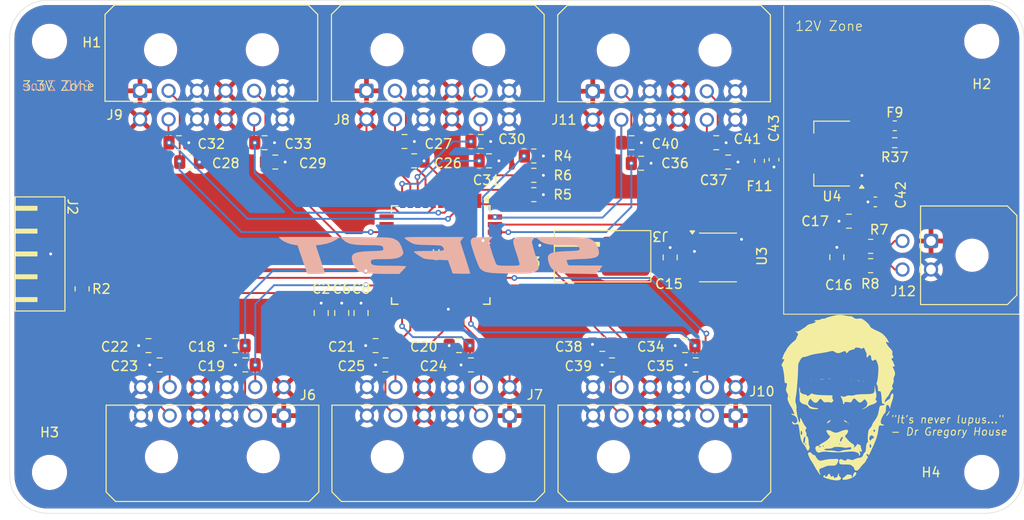
<source format=kicad_pcb>
(kicad_pcb (version 20241229) (generator "pcbnew") (generator_version "9.0")
  (layers (0 "F.Cu" signal) (2 "B.Cu" signal) (13 "F.Paste" user) (15 "B.Paste" user) (5 "F.SilkS" user "F.Silkscreen") (7 "B.SilkS" user "B.Silkscreen") (1 "F.Mask" user) (3 "B.Mask" user) (25 "Edge.Cuts" user))
  (net 0 "")
  (net 1 "/8x Thermistor Bank 1/THERM0")
  (net 2 "+3.3V")
  (net 3 "/8x Thermistor Bank 1/THERM1")
  (net 4 "Net-(C16-Pad1)")
  (net 5 "/THERM2.7")
  (net 6 "/8x Thermistor Bank 2/THERM1")
  (net 7 "/8x Thermistor Bank 2/THERM0")
  (net 8 "/ICSPDAT")
  (net 9 "/CAN_TX")
  (net 10 "/ICSPCLK")
  (net 11 "/CAN_RX")
  (net 12 "/~{MCLR}")
  (net 13 "+12V")
  (net 14 "Net-(U1-RD3)")
  (net 15 "Net-(U1-RD2)")
  (net 16 "Net-(U1-RD4)")
  (net 17 "Net-(U1-RD5)")
  (net 18 "/THERM2.6")
  (net 19 "/8x Thermistor Bank 3/THERM0")
  (net 20 "/8x Thermistor Bank 3/THERM1")
  (net 29 "/8x Thermistor Bank 1/THERM2")
  (net 30 "/8x Thermistor Bank 1/THERM4")
  (net 31 "/8x Thermistor Bank 1/THERM5")
  (net 32 "/8x Thermistor Bank 1/THERM3")
  (net 33 "/8x Thermistor Bank 1/THERM6")
  (net 34 "/8x Thermistor Bank 1/THERM7")
  (net 35 "/8x Thermistor Bank 2/THERM2")
  (net 36 "/8x Thermistor Bank 2/THERM4")
  (net 37 "/8x Thermistor Bank 2/THERM5")
  (net 38 "/8x Thermistor Bank 2/THERM3")
  (net 39 "/8x Thermistor Bank 3/THERM2")
  (net 40 "/8x Thermistor Bank 3/THERM4")
  (net 41 "/8x Thermistor Bank 3/THERM5")
  (net 42 "/8x Thermistor Bank 3/THERM3")
  (net 43 "/8x Thermistor Bank 3/THERM6")
  (net 44 "/8x Thermistor Bank 3/THERM7")
  (net 45 "GND")
  (net 46 "/CANL")
  (net 47 "/CANH")
  (net 48 "/Unfused 3V3")
  (net 49 "Net-(F9-Pad2)")
  (footprint "Capacitor_SMD:C_0805_2012Metric_Pad1.18x1.45mm_HandSolder" (layer "F.Cu") (at 172.212402 99.34488 90)
    (property "Reference" "C16")
    (property "Value" "4.7n")
  )
  (footprint "Capacitor_SMD:C_0805_2012Metric_Pad1.18x1.45mm_HandSolder" (layer "F.Cu") (at 104.138402 89.33588)
    (property "Reference" "C28")
    (property "Value" "100n")
  )
  (footprint "Capacitor_SMD:C_0603_1608Metric" (layer "F.Cu") (at 176.261402 93.52688 180)
    (property "Reference" "C42")
    (property "Value" "10u")
  )
  (footprint "Capacitor_SMD:C_0805_2012Metric_Pad1.18x1.45mm_HandSolder" (layer "F.Cu") (at 135.634402 89.20888)
    (property "Reference" "C31")
    (property "Value" "100n")
  )
  (footprint "Connector_Molex:Molex_Micro-Fit_3.0_43045-1200_2x06_P3.00mm_Horizontal" (layer "F.Cu") (at 137.794402 116.00388 180)
    (property "Reference" "J7")
    (property "Value" "Conn_01x12_Pin")
  )
  (footprint "Capacitor_SMD:C_0805_2012Metric_Pad1.18x1.45mm_HandSolder" (layer "F.Cu") (at 156.251402 108.63988 180)
    (property "Reference" "C34")
    (property "Value" "100n")
  )
  (footprint "Capacitor_SMD:C_0805_2012Metric_Pad1.18x1.45mm_HandSolder" (layer "F.Cu") (at 154.684402 99.36888 -90)
    (property "Reference" "C15")
    (property "Value" "100n")
  )
  (footprint "Connector_Molex:Molex_Micro-Fit_3.0_43045-1200_2x06_P3.00mm_Horizontal" (layer "F.Cu") (at 122.745402 81.84288)
    (property "Reference" "J8")
    (property "Value" "Conn_01x12_Pin")
  )
  (footprint "Capacitor_SMD:C_0805_2012Metric_Pad1.18x1.45mm_HandSolder" (layer "F.Cu") (at 103.016902 87.30388)
    (property "Reference" "C32")
    (property "Value" "100n")
  )
  (footprint "Capacitor_SMD:C_0805_2012Metric_Pad1.18x1.45mm_HandSolder" (layer "F.Cu") (at 133.729402 110.67188 180)
    (property "Reference" "C24")
    (property "Value" "100n")
  )
  (footprint "Resistor_SMD:R_0603_1608Metric" (layer "F.Cu") (at 178.306402 87.30388 180)
    (property "Reference" "R37")
    (property "Value" "12")
  )
  (footprint "Capacitor_SMD:C_0805_2012Metric_Pad1.18x1.45mm_HandSolder" (layer "F.Cu") (at 160.780402 89.33588)
    (property "Reference" "C37")
    (property "Value" "100n")
  )
  (footprint "Connector_Molex:Molex_Micro-Fit_3.0_43045-1200_2x06_P3.00mm_Horizontal" (layer "F.Cu") (at 161.575402 116.00388 180)
    (property "Reference" "J10")
    (property "Value" "Conn_01x12_Pin")
  )
  (footprint "MountingHole:MountingHole_3.2mm_M3" (layer "F.Cu") (at 187.450402 76.63588)
    (property "Reference" "H2")
    (property "Value" "M3")
  )
  (footprint "Capacitor_SMD:C_0805_2012Metric_Pad1.18x1.45mm_HandSolder" (layer "F.Cu") (at 151.636402 89.46288)
    (property "Reference" "C36")
    (property "Value" "100n")
  )
  (footprint "Capacitor_SMD:C_0805_2012Metric_Pad1.18x1.45mm_HandSolder" (layer "F.Cu") (at 108.942902 108.63988 180)
    (property "Reference" "C18")
    (property "Value" "100n")
  )
  (footprint "Capacitor_SMD:C_0805_2012Metric_Pad1.18x1.45mm_HandSolder" (layer "F.Cu") (at 117.981402 105.21088 90)
    (property "Reference" "C2")
    (property "Value" "100n")
  )
  (footprint "Capacitor_SMD:C_0805_2012Metric_Pad1.18x1.45mm_HandSolder" (layer "F.Cu") (at 123.696402 108.63988 180)
    (property "Reference" "C21")
    (property "Value" "100n")
  )
  (footprint "Capacitor_SMD:C_0603_1608Metric" (layer "F.Cu") (at 165.606402 89.08188 -90)
    (property "Reference" "C43")
    (property "Value" "10u")
  )
  (footprint "Package_QFP:TQFP-44_10x10mm_P0.8mm" (layer "F.Cu") (at 130.554402 99.11488 -90)
    (property "Reference" "U1")
    (property "Value" "PIC18F47Q84-I/PT")
  )
  (footprint "Fuse:Fuse_0603_1608Metric_Pad1.05x0.95mm_HandSolder" (layer "F.Cu") (at 178.306402 85.52588)
    (property "Reference" "F9")
    (property "Value" "F0603E0R25FSTR\\INT")
  )
  (footprint "Resistor_SMD:R_0805_2012Metric_Pad1.20x1.40mm_HandSolder" (layer "F.Cu") (at 139.968402 98.09888)
    (property "Reference" "R3")
    (property "Value" "0")
  )
  (footprint "Capacitor_SMD:C_0805_2012Metric_Pad1.18x1.45mm_HandSolder" (layer "F.Cu") (at 150.620402 87.30388)
    (property "Reference" "C40")
    (property "Value" "100n")
  )
  (footprint "SUFST:Conn2_SMD" (layer "F.Cu") (at 149.997402 99.24188 90)
    (property "Reference" "J3")
    (property "Value" "Conn_01x02_Pin")
  )
  (footprint "Connector_Molex:Molex_Micro-Fit_3.0_43045-1200_2x06_P3.00mm_Horizontal" (layer "F.Cu") (at 114.045402 116.00388 180)
    (property "Reference" "J6")
    (property "Value" "Conn_01x12_Pin")
  )
  (footprint "Capacitor_SMD:C_0805_2012Metric_Pad1.18x1.45mm_HandSolder" (layer "F.Cu") (at 126.744402 87.17688)
    (property "Reference" "C27")
    (property "Value" "100n")
  )
  (footprint "Capacitor_SMD:C_0805_2012Metric_Pad1.18x1.45mm_HandSolder" (layer "F.Cu") (at 124.733902 110.67188 180)
    (property "Reference" "C25")
    (property "Value" "100n")
  )
  (footprint "Capacitor_SMD:C_0805_2012Metric_Pad1.18x1.45mm_HandSolder" (layer "F.Cu") (at 99.820402 108.63988 180)
    (property "Reference" "C22")
    (property "Value" "100n")
  )
  (footprint "Capacitor_SMD:C_0805_2012Metric_Pad1.18x1.45mm_HandSolder" (layer "F.Cu") (at 147.550902 108.51288 180)
    (property "Reference" "C38")
    (property "Value" "100n")
  )
  (footprint "Connector_Molex:Molex_Micro-Fit_3.0_43045-0400_2x02_P3.00mm_Horizontal" (layer "F.Cu") (at 182.116402 97.63888 -90)
    (property "Reference" "J12")
    (property "Value" "Conn_01x04_Pin")
  )
  (footprint "Resistor_SMD:R_0805_2012Metric_Pad1.20x1.40mm_HandSolder" (layer "F.Cu") (at 175.768402 98.20188)
    (property "Reference" "R7")
    (property "Value" "60R")
  )
  (footprint "Connector_Molex:Molex_Micro-Fit_3.0_43045-1200_2x06_P3.00mm_Horizontal" (layer "F.Cu") (at 146.542402 81.89088)
    (property "Reference" "J11")
    (property "Value" "Conn_01x12_Pin")
  )
  (footprint "Resistor_SMD:R_0805_2012Metric_Pad1.20x1.40mm_HandSolder" (layer "F.Cu") (at 140.349402 92.76488)
    (property "Reference" "R5")
    (property "Value" "0")
  )
  (footprint "Capacitor_SMD:C_0805_2012Metric_Pad1.18x1.45mm_HandSolder" (layer "F.Cu") (at 100.984902 110.67188 180)
    (property "Reference" "C23")
    (property "Value" "100n")
  )
  (footprint "Capacitor_SMD:C_0805_2012Metric_Pad1.18x1.45mm_HandSolder" (layer "F.Cu") (at 113.155402 89.33588)
    (property "Reference" "C29")
    (property "Value" "100n")
  )
  (footprint "SUFST:Conn5_SMD" (layer "F.Cu") (at 89.533402 99.00088 90)
    (property "Reference" "J2")
    (property "Value" "Conn_01x05_Pin")
  )
  (footprint "Resistor_SMD:R_0805_2012Metric_Pad1.20x1.40mm_HandSolder" (layer "F.Cu") (at 140.349402 90.73288)
    (property "Reference" "R6")
    (property "Value" "0")
  )
  (footprint "Capacitor_SMD:C_0805_2012Metric_Pad1.18x1.45mm_HandSolder" (layer "F.Cu") (at 148.566902 110.67188 180)
    (property "Reference" "C39")
    (property "Value" "100n")
  )
  (footprint "Capacitor_SMD:C_0805_2012Metric_Pad1.18x1.45mm_HandSolder" (layer "F.Cu") (at 173.480402 95.55888 180)
    (property "Reference" "C17")
    (property "Value" "10u")
  )
  (footprint "Capacitor_SMD:C_0805_2012Metric_Pad1.18x1.45mm_HandSolder" (layer "F.Cu") (at 157.372902 110.67188 180)
    (property "Reference" "C35")
    (property "Value" "100n")
  )
  (footprint "Capacitor_SMD:C_0805_2012Metric_Pad1.18x1.45mm_HandSolder" (layer "F.Cu") (at 134.766902 87.17688)
    (property "Reference" "C30")
    (property "Value" "100n")
  )
  (footprint "LOGO" (layer "F.Cu") (at 172.337402 114.10088)
    (property "Reference" "G***" (hide yes))
    (property "Value" "LOGO" (hide yes))
  )
  (footprint "Resistor_SMD:R_0805_2012Metric_Pad1.20x1.40mm_HandSolder" (layer "F.Cu") (at 175.768402 100.23388 180)
    (property "Reference" "R8")
    (property "Value" "60R")
  )
  (footprint "Connector_Molex:Molex_Micro-Fit_3.0_43045-1200_2x06_P3.00mm_Horizontal" (layer "F.Cu") (at 98.931402 81.84288)
    (property "Reference" "J9")
    (property "Value" "Conn_01x12_Pin")
  )
  (footprint "Capacitor_SMD:C_0805_2012Metric_Pad1.18x1.45mm_HandSolder" (layer "F.Cu") (at 120.140402 105.21088 90)
    (property "Reference" "C6")
    (property "Value" "100n")
  )
  (footprint "Capacitor_SMD:C_0805_2012Metric_Pad1.18x1.45mm_HandSolder" (layer "F.Cu") (at 110.001902 110.67188 180)
    (property "Reference" "C19")
    (property "Value" "100n")
  )
  (footprint "Package_SO:SOIC-8_3.9x4.9mm_P1.27mm" (layer "F.Cu") (at 159.714402 99.36888)
    (property "Reference" "U3")
    (property "Value" "MAX3051ESA+")
  )
  (footprint "MountingHole:MountingHole_3.2mm_M3" (layer "F.Cu") (at 187.450402 121.97488)
    (property "Reference" "H4")
    (property "Value" "M3")
  )
  (footprint "Capacitor_SMD:C_0805_2012Metric_Pad1.18x1.45mm_HandSolder" (layer "F.Cu") (at 159.531902 87.30388)
    (property "Reference" "C41")
    (property "Value" "100n")
  )
  (footprint "Package_TO_SOT_SMD:SOT-223-3_TabPin2" (layer "F.Cu") (at 171.702402 88.44688 180)
    (property "Reference" "U4")
    (property "Value" "AZ1117CH-3.3TRG1")
  )
  (footprint "Fuse:Fuse_0603_1608Metric_Pad1.05x0.95mm_HandSolder" (layer "F.Cu") (at 164.082402 89.20888 -90)
    (property "Reference" "F11")
    (property "Value" "F0603E0R25FSTR\\INT")
  )
  (footprint "MountingHole:MountingHole_3.2mm_M3" (layer "F.Cu") (at 89.406402 76.63588)
    (property "Reference" "H1")
    (property "Value" "M3")
  )
  (footprint "Capacitor_SMD:C_0805_2012Metric_Pad1.18x1.45mm_HandSolder" (layer "F.Cu") (at 127.760402 89.20888)
    (property "Reference" "C26")
    (property "Value" "100n")
  )
  (footprint "Capacitor_SMD:C_0805_2012Metric_Pad1.18x1.45mm_HandSolder" (layer "F.Cu") (at 122.172402 105.21088 90)
    (property "Reference" "C8")
    (property "Value" "100n")
  )
  (footprint "Resistor_SMD:R_0805_2012Metric_Pad1.20x1.40mm_HandSolder" (layer "F.Cu") (at 92.835402 102.67088 90)
    (property "Reference" "R2")
    (property "Value" "10k")
  )
  (footprint "MountingHole:MountingHole_3.2mm_M3" (layer "F.Cu") (at 89.406402 121.97488)
    (property "Reference" "H3")
    (property "Value" "M3")
  )
  (footprint "Capacitor_SMD:C_0805_2012Metric_Pad1.18x1.45mm_HandSolder" (layer "F.Cu") (at 132.480902 108.63988 180)
    (property "Reference" "C20")
    (property "Value" "100n")
  )
  (footprint "Resistor_SMD:R_0805_2012Metric_Pad1.20x1.40mm_HandSolder" (layer "F.Cu") (at 140.349402 88.70088)
    (property "Reference" "R4")
    (property "Value" "0")
  )
  (footprint "Capacitor_SMD:C_0805_2012Metric_Pad1.18x1.45mm_HandSolder" (layer "F.Cu") (at 112.033902 87.30388)
    (property "Reference" "C33")
    (property "Value" "100n")
  )
  (footprint "SUFST:SUFST" (layer "B.Cu") (at 130.554402 99.11488 180)
    (property "Reference" "G***" (hide yes))
    (property "Value" "LOGO" (hide yes))
  )
  (gr_line (start 166.619402 72.95288) (end 166.619402 105.33788) (stroke (width 0.1)) (layer "F.SilkS"))
  (gr_line (start 166.622402 105.33788) (end 191.387402 105.33788) (stroke (width 0.1)) (layer "F.SilkS"))
  (gr_line (start 85.215402 122.27088) (end 85.215402 76.31788) (stroke (width 0.05)) (layer "Edge.Cuts"))
  (gr_line (start 191.897 76.31788) (end 191.897 122.27088) (stroke (width 0.05)) (layer "Edge.Cuts"))
  (gr_arc (start 191.897 122.27088) (mid 190.725427 125.099307) (end 187.897 126.27088) (stroke (width 0.05)) (layer "Edge.Cuts"))
  (gr_arc (start 187.897 72.31788) (mid 190.725427 73.489453) (end 191.897 76.31788) (stroke (width 0.05)) (layer "Edge.Cuts"))
  (gr_arc (start 85.215402 76.31788) (mid 86.386975 73.489453) (end 89.215402 72.31788) (stroke (width 0.05)) (layer "Edge.Cuts"))
  (gr_line (start 89.215402 72.31788) (end 187.897 72.31788) (stroke (width 0.05)) (layer "Edge.Cuts"))
  (gr_arc (start 89.215402 126.27088) (mid 86.386975 125.099307) (end 85.215402 122.27088) (stroke (width 0.05)) (layer "Edge.Cuts"))
  (gr_line (start 187.897 126.27088) (end 89.215402 126.27088) (stroke (width 0.05)) (layer "Edge.Cuts"))
  (gr_text "12V Zone\n" (at 167.765402 75.61988 0) (layer "F.SilkS") (effects (font (size 1 1) (thickness 0.1)) (justify left bottom)))
  (gr_text "3.3V Zone\n" (at 86.487 81.915 0) (layer "F.SilkS") (effects (font (size 1 1) (thickness 0.1)) (justify left bottom)))
  (gr_text "{dblquote}It's never lupus...{dblquote}\n- Dr Gregory House" (at 177.798402 118.16488 0) (layer "F.SilkS") (effects (font (size 0.8 0.8) (thickness 0.1) (italic yes)) (justify left bottom)))
  (gr_text "GND Zone\n" (at 93.98 81.915 0) (layer "B.SilkS") (effects (font (size 1 1) (thickness 0.1)) (justify left bottom mirror)))
  (segment (start 122.731402 100.71488) (end 124.854402 100.71488) (width 0.2) (layer "F.Cu") (net 1))
  (segment (start 122.680402 100.76588) (end 122.731402 100.71488) (width 0.2) (layer "F.Cu") (net 1))
  (segment (start 111.045402 116.00388) (end 109.980402 114.93888) (width 0.2) (layer "F.Cu") (net 1))
  (segment (start 109.980402 114.93888) (end 109.980402 108.63988) (width 0.2) (layer "F.Cu") (net 1))
  (via (at 109.980402 108.63988) (size 0.6) (drill 0.3) (layers "F.Cu" "B.Cu") (net 1))
  (via (at 122.680402 100.76588) (size 0.6) (drill 0.3) (layers "F.Cu" "B.Cu") (net 1))
  (segment (start 109.980402 103.68688) (end 112.901402 100.76588) (width 0.2) (layer "B.Cu") (net 1))
  (segment (start 109.980402 108.63988) (end 109.980402 103.68688) (width 0.2) (layer "B.Cu") (net 1))
  (segment (start 112.901402 100.76588) (end 122.680402 100.76588) (width 0.2) (layer "B.Cu") (net 1))
  (segment (start 137.794402 106.42788) (end 137.794402 113.00388) (width 0.2) (layer "F.Cu") (net 2))
  (segment (start 130.554402 104.81488) (end 130.554402 103.87738) (width 0.2) (layer "F.Cu") (net 2))
  (segment (start 129.754402 93.41488) (end 129.754402 94.12288) (width 0.2) (layer "F.Cu") (net 2))
  (segment (start 129.754402 94.12288) (end 129.207402 94.66988) (width 0.2) (layer "F.Cu") (net 2))
  (segment (start 154.684402 100.40638) (end 155.678902 100.40638) (width 0.2) (layer "F.Cu") (net 2))
  (segment (start 130.554402 103.87738) (end 131.125902 103.30588) (width 0.2) (layer "F.Cu") (net 2))
  (segment (start 129.207402 94.66988) (end 126.182402 94.66988) (width 0.2) (layer "F.Cu") (net 2))
  (segment (start 131.125902 103.30588) (end 134.672402 103.30588) (width 0.2) (layer "F.Cu") (net 2))
  (segment (start 155.678902 100.40638) (end 156.081402 100.00388) (width 0.2) (layer "F.Cu") (net 2))
  (segment (start 134.672402 103.30588) (end 137.794402 106.42788) (width 0.2) (layer "F.Cu") (net 2))
  (segment (start 126.182402 94.66988) (end 122.745402 91.23288) (width 0.2) (layer "F.Cu") (net 2))
  (segment (start 156.081402 100.00388) (end 157.239402 100.00388) (width 0.2) (layer "F.Cu") (net 2))
  (segment (start 122.745402 91.23288) (end 122.745402 84.84288) (width 0.2) (layer "F.Cu") (net 2))
  (segment (start 102.045402 116.00388) (end 100.857902 114.81638) (width 0.2) (layer "F.Cu") (net 3))
  (segment (start 107.982902 101.51488) (end 124.854402 101.51488) (width 0.2) (layer "F.Cu") (net 3))
  (segment (start 100.857902 114.81638) (end 100.857902 108.63988) (width 0.2) (layer "F.Cu") (net 3))
  (segment (start 100.857902 108.63988) (end 107.982902 101.51488) (width 0.2) (layer "F.Cu") (net 3))
  (segment (start 172.212402 100.38238) (end 174.619902 100.38238) (width 0.2) (layer "F.Cu") (net 4))
  (segment (start 174.768402 98.20188) (end 174.768402 100.23388) (width 0.2) (layer "F.Cu") (net 4))
  (segment (start 131.354402 93.41488) (end 131.354402 94.24188) (width 0.2) (layer "F.Cu") (net 5))
  (segment (start 110.924402 84.88788) (end 110.924402 87.23188) (width 0.2) (layer "F.Cu") (net 5))
  (segment (start 131.354402 94.24188) (end 130.9314 94.664882) (width 0.2) (layer "F.Cu") (net 5))
  (segment (start 130.9314 94.664882) (end 130.300402 94.664882) (width 0.2) (layer "F.Cu") (net 5))
  (via (at 110.996402 87.30388) (size 0.6) (drill 0.3) (layers "F.Cu" "B.Cu") (net 5))
  (via (at 130.300402 94.664882) (size 0.6) (drill 0.3) (layers "F.Cu" "B.Cu") (net 5))
  (segment (start 130.300402 94.664882) (end 115.182404 94.664882) (width 0.2) (layer "B.Cu") (net 5))
  (segment (start 110.996402 90.47888) (end 110.996402 87.30388) (width 0.2) (layer "B.Cu") (net 5))
  (segment (start 115.182404 94.664882) (end 110.996402 90.47888) (width 0.2) (layer "B.Cu") (net 5))
  (segment (start 128.098137 90.903145) (end 128.098137 91.432645) (width 0.2) (layer "F.Cu") (net 6))
  (segment (start 128.098137 91.432645) (end 128.141402 91.47591) (width 0.2) (layer "F.Cu") (net 6))
  (segment (start 133.348402 83.23988) (end 133.348402 86.79588) (width 0.2) (layer "F.Cu") (net 6))
  (segment (start 134.745402 81.84288) (end 133.348402 83.23988) (width 0.2) (layer "F.Cu") (net 6))
  (segment (start 128.141402 91.47591) (end 128.141402 93.40188) (width 0.2) (layer "F.Cu") (net 6))
  (via (at 133.729402 87.17688) (size 0.6) (drill 0.3) (layers "F.Cu" "B.Cu") (net 6))
  (via (at 128.098137 90.903145) (size 0.6) (drill 0.3) (layers "F.Cu" "B.Cu") (net 6))
  (segment (start 128.098137 90.903145) (end 131.824402 87.17688) (width 0.2) (layer "B.Cu") (net 6))
  (segment (start 131.824402 87.17688) (end 133.729402 87.17688) (width 0.2) (layer "B.Cu") (net 6))
  (segment (start 127.909402 89.91904) (end 128.225242 90.23488) (width 0.2) (layer "F.Cu") (net 7))
  (segment (start 126.893402 82.99088) (end 126.893402 89.03838) (width 0.2) (layer "F.Cu") (net 7))
  (segment (start 128.954402 90.91088) (end 128.954402 93.41488) (width 0.2) (layer "F.Cu") (net 7))
  (segment (start 125.745402 81.84288) (end 126.893402 82.99088) (width 0.2) (layer "F.Cu") (net 7))
  (segment (start 128.278402 90.23488) (end 128.954402 90.91088) (width 0.2) (layer "F.Cu") (net 7))
  (segment (start 127.909402 89.86588) (end 127.909402 89.91904) (width 0.2) (layer "F.Cu") (net 7))
  (segment (start 127.252402 89.20888) (end 127.909402 89.86588) (width 0.2) (layer "F.Cu") (net 7))
  (segment (start 126.722902 89.20888) (end 127.252402 89.20888) (width 0.2) (layer "F.Cu") (net 7))
  (segment (start 128.225242 90.23488) (end 128.278402 90.23488) (width 0.2) (layer "F.Cu") (net 7))
  (segment (start 89.533402 96.60088) (end 92.047402 99.11488) (width 0.2) (layer "F.Cu") (net 8))
  (segment (start 92.047402 99.11488) (end 124.854402 99.11488) (width 0.2) (layer "F.Cu") (net 8))
  (segment (start 147.044402 97.99188) (end 149.997402 97.99188) (width 0.2) (layer "F.Cu") (net 9))
  (segment (start 145.921402 99.11488) (end 147.044402 97.99188) (width 0.2) (layer "F.Cu") (net 9))
  (segment (start 153.816402 97.44288) (end 157.218402 97.44288) (width 0.2) (layer "F.Cu") (net 9))
  (segment (start 153.267402 97.99188) (end 153.816402 97.44288) (width 0.2) (layer "F.Cu") (net 9))
  (segment (start 149.997402 97.99188) (end 153.267402 97.99188) (width 0.2) (layer "F.Cu") (net 9))
  (segment (start 136.254402 99.11488) (end 145.921402 99.11488) (width 0.2) (layer "F.Cu") (net 9))
  (segment (start 93.647402 98.31488) (end 89.533402 94.20088) (width 0.2) (layer "F.Cu") (net 10))
  (segment (start 124.854402 98.31488) (end 93.647402 98.31488) (width 0.2) (layer "F.Cu") (net 10))
  (segment (start 153.140402 100.49188) (end 149.997402 100.49188) (width 0.2) (layer "F.Cu") (net 11))
  (segment (start 145.959402 99.91488) (end 146.536402 100.49188) (width 0.2) (layer "F.Cu") (net 11))
  (segment (start 157.218402 101.29488) (end 153.943402 101.29488) (width 0.2) (layer "F.Cu") (net 11))
  (segment (start 146.536402 100.49188) (end 149.997402 100.49188) (width 0.2) (layer "F.Cu") (net 11))
  (segment (start 136.254402 99.91488) (end 145.959402 99.91488) (width 0.2) (layer "F.Cu") (net 11))
  (segment (start 153.943402 101.29488) (end 153.140402 100.49188) (width 0.2) (layer "F.Cu") (net 11))
  (segment (start 96.591402 99.91488) (end 92.835402 103.67088) (width 0.2) (layer "F.Cu") (net 12))
  (segment (start 124.854402 99.91488) (end 96.591402 99.91488) (width 0.2) (layer "F.Cu") (net 12))
  (segment (start 92.835402 103.67088) (end 89.663402 103.67088) (width 0.2) (layer "F.Cu") (net 12))
  (segment (start 177.431402 85.52588) (end 177.177402 85.77988) (width 0.75) (layer "F.Cu") (net 13))
  (segment (start 177.177402 85.77988) (end 175.219402 85.77988) (width 0.75) (layer "F.Cu") (net 13))
  (segment (start 134.999402 97.59088) (end 136.178402 97.59088) (width 0.2) (layer "F.Cu") (net 14))
  (via (at 139.317402 88.70088) (size 0.6) (drill 0.3) (layers "F.Cu" "B.Cu") (net 14))
  (via (at 134.999402 97.59088) (size 0.6) (drill 0.3) (layers "F.Cu" "B.Cu") (net 14))
  (segment (start 139.317402 88.70088) (end 134.999402 93.01888) (width 0.2) (layer "B.Cu") (net 14))
  (segment (start 134.999402 93.01888) (end 134.999402 97.59088) (width 0.2) (layer "B.Cu") (net 14))
  (segment (start 136.254402 98.31488) (end 138.752402 98.31488) (width 0.2) (layer "F.Cu") (net 15))
  (segment (start 138.841402 92.25688) (end 134.085402 92.25688) (width 0.2) (layer "F.Cu") (net 16))
  (segment (start 133.754402 92.58788) (end 133.754402 93.41488) (width 0.2) (layer "F.Cu") (net 16))
  (segment (start 134.085402 92.25688) (end 133.754402 92.58788) (width 0.2) (layer "F.Cu") (net 16))
  (segment (start 139.349402 92.76488) (end 138.841402 92.25688) (width 0.2) (layer "F.Cu") (net 16))
  (segment (start 132.954402 92.58788) (end 132.954402 93.41488) (width 0.2) (layer "F.Cu") (net 17))
  (segment (start 134.809402 90.73288) (end 132.954402 92.58788) (width 0.2) (layer "F.Cu") (net 17))
  (segment (start 139.349402 90.73288) (end 134.809402 90.73288) (width 0.2) (layer "F.Cu") (net 17))
  (segment (start 131.316402 95.30488) (end 132.154402 94.46688) (width 0.2) (layer "F.Cu") (net 18))
  (segment (start 101.924402 84.88788) (end 101.924402 87.24888) (width 0.2) (layer "F.Cu") (net 18))
  (segment (start 132.154402 94.46688) (end 132.154402 93.41488) (width 0.2) (layer "F.Cu") (net 18))
  (via (at 101.979402 87.30388) (size 0.6) (drill 0.3) (layers "F.Cu" "B.Cu") (net 18))
  (via (at 131.316402 95.30488) (size 0.6) (drill 0.3) (layers "F.Cu" "B.Cu") (net 18))
  (segment (start 101.979402 87.30388) (end 102.233402 87.30388) (width 0.2) (layer "B.Cu") (net 18))
  (segment (start 110.234402 95.30488) (end 131.316402 95.30488) (width 0.2) (layer "B.Cu") (net 18))
  (segment (start 102.233402 87.30388) (end 110.234402 95.30488) (width 0.2) (layer "B.Cu") (net 18))
  (segment (start 157.288902 114.71738) (end 157.288902 108.63988) (width 0.2) (layer "F.Cu") (net 19))
  (segment (start 133.729402 106.35388) (end 133.729402 104.83988) (width 0.2) (layer "F.Cu") (net 19))
  (segment (start 158.575402 116.00388) (end 157.288902 114.71738) (width 0.2) (layer "F.Cu") (net 19))
  (via (at 133.729402 106.35388) (size 0.6) (drill 0.3) (layers "F.Cu" "B.Cu") (net 19))
  (via (at 157.288902 108.63988) (size 0.6) (drill 0.3) (layers "F.Cu" "B.Cu") (net 19))
  (segment (start 157.288902 108.63988) (end 155.891902 107.24288) (width 0.2) (layer "B.Cu") (net 19))
  (segment (start 155.891902 107.24288) (end 134.618402 107.24288) (width 0.2) (layer "B.Cu") (net 19))
  (segment (start 134.618402 107.24288) (end 133.729402 106.35388) (width 0.2) (layer "B.Cu") (net 19))
  (segment (start 148.461402 114.88988) (end 148.461402 108.63988) (width 0.2) (layer "F.Cu") (net 20))
  (segment (start 149.575402 116.00388) (end 148.461402 114.88988) (width 0.2) (layer "F.Cu") (net 20))
  (segment (start 148.588402 108.51288) (end 142.390402 102.31488) (width 0.2) (layer "F.Cu") (net 20))
  (segment (start 142.390402 102.31488) (end 136.254402 102.31488) (width 0.2) (layer "F.Cu") (net 20))
  (segment (start 111.045402 113.00388) (end 111.045402 110.67788) (width 0.2) (layer "F.Cu") (net 29))
  (segment (start 122.705402 102.31488) (end 124.854402 102.31488) (width 0.2) (layer "F.Cu") (net 29))
  (segment (start 122.680402 102.28988) (end 122.705402 102.31488) (width 0.2) (layer "F.Cu") (net 29))
  (via (at 122.680402 102.28988) (size 0.6) (drill 0.3) (layers "F.Cu" "B.Cu") (net 29))
  (via (at 111.045402 110.67788) (size 0.6) (drill 0.3) (layers "F.Cu" "B.Cu") (net 29))
  (segment (start 111.045402 104.27288) (end 113.028402 102.28988) (width 0.2) (layer "B.Cu") (net 29))
  (segment (start 113.028402 102.28988) (end 122.680402 102.28988) (width 0.2) (layer "B.Cu") (net 29))
  (segment (start 111.045402 110.67788) (end 111.045402 104.27288) (width 0.2) (layer "B.Cu") (net 29))
  (segment (start 134.794402 116.00388) (end 133.623902 114.83338) (width 0.2) (layer "F.Cu") (net 30))
  (segment (start 126.490402 106.60788) (end 126.490402 104.87888) (width 0.2) (layer "F.Cu") (net 30))
  (segment (start 133.623902 114.83338) (end 133.623902 108.63988) (width 0.2) (layer "F.Cu") (net 30))
  (via (at 126.490402 106.60788) (size 0.6) (drill 0.3) (layers "F.Cu" "B.Cu") (net 30))
  (via (at 133.623902 108.63988) (size 0.6) (drill 0.3) (layers "F.Cu" "B.Cu") (net 30))
  (segment (start 132.734902 107.75088) (end 133.623902 108.63988) (width 0.2) (layer "B.Cu") (net 30))
  (segment (start 126.490402 106.60788) (end 127.633402 107.75088) (width 0.2) (layer "B.Cu") (net 30))
  (segment (start 127.633402 107.75088) (end 132.734902 107.75088) (width 0.2) (layer "B.Cu") (net 30))
  (segment (start 125.794402 116.00388) (end 124.733902 114.94338) (width 0.2) (layer "F.Cu") (net 31))
  (segment (start 124.733902 108.63988) (end 125.728402 108.63988) (width 0.2) (layer "F.Cu") (net 31))
  (segment (start 124.733902 114.94338) (end 124.733902 108.63988) (width 0.2) (layer "F.Cu") (net 31))
  (segment (start 125.728402 108.63988) (end 127.354402 107.01388) (width 0.2) (layer "F.Cu") (net 31))
  (segment (start 127.354402 107.01388) (end 127.354402 104.81488) (width 0.2) (layer "F.Cu") (net 31))
  (segment (start 102.045402 113.00388) (end 102.045402 110.69488) (width 0.2) (layer "F.Cu") (net 32))
  (segment (start 107.631402 103.11488) (end 124.854402 103.11488) (width 0.2) (layer "F.Cu") (net 32))
  (segment (start 102.022402 108.72388) (end 107.631402 103.11488) (width 0.2) (layer "F.Cu") (net 32))
  (segment (start 102.022402 110.67188) (end 102.022402 108.72388) (width 0.2) (layer "F.Cu") (net 32))
  (segment (start 134.766902 108.28038) (end 132.954402 106.46788) (width 0.2) (layer "F.Cu") (net 33))
  (segment (start 132.954402 106.46788) (end 132.954402 104.81488) (width 0.2) (layer "F.Cu") (net 33))
  (segment (start 134.794402 113.00388) (end 134.794402 110.69938) (width 0.2) (layer "F.Cu") (net 33))
  (segment (start 134.766902 110.67188) (end 134.766902 108.28038) (width 0.2) (layer "F.Cu") (net 33))
  (segment (start 127.247402 110.67188) (end 132.154402 105.76488) (width 0.2) (layer "F.Cu") (net 34))
  (segment (start 125.771402 110.67188) (end 127.247402 110.67188) (width 0.2) (layer "F.Cu") (net 34))
  (segment (start 125.794402 113.00388) (end 125.794402 110.69488) (width 0.2) (layer "F.Cu") (net 34))
  (segment (start 132.154402 105.76488) (end 132.154402 104.81488) (width 0.2) (layer "F.Cu") (net 34))
  (segment (start 125.745402 84.84288) (end 125.745402 87.13838) (width 0.2) (layer "F.Cu") (net 35))
  (segment (start 125.706902 89.94938) (end 127.354402 91.59688) (width 0.2) (layer "F.Cu") (net 35))
  (segment (start 125.706902 87.17688) (end 125.706902 89.94938) (width 0.2) (layer "F.Cu") (net 35))
  (segment (start 127.354402 91.59688) (end 127.354402 93.41488) (width 0.2) (layer "F.Cu") (net 35))
  (segment (start 103.100902 83.06438) (end 103.100902 89.33588) (width 0.2) (layer "F.Cu") (net 36))
  (segment (start 123.188402 96.70188) (end 124.841402 96.70188) (width 0.2) (layer "F.Cu") (net 36))
  (segment (start 101.924402 81.88788) (end 103.100902 83.06438) (width 0.2) (layer "F.Cu") (net 36))
  (via (at 123.188402 96.70188) (size 0.6) (drill 0.3) (layers "F.Cu" "B.Cu") (net 36))
  (via (at 103.068387 89.241395) (size 0.6) (drill 0.3) (layers "F.Cu" "B.Cu") (net 36))
  (segment (start 103.068387 89.241395) (end 103.068387 90.170865) (width 0.2) (layer "B.Cu") (net 36))
  (segment (start 103.068387 90.170865) (end 109.599402 96.70188) (width 0.2) (layer "B.Cu") (net 36))
  (segment (start 109.599402 96.70188) (end 123.188402 96.70188) (width 0.2) (layer "B.Cu") (net 36))
  (segment (start 110.924402 81.88788) (end 112.117902 83.08138) (width 0.2) (layer "F.Cu") (net 37))
  (segment (start 112.117902 83.08138) (end 112.117902 89.33588) (width 0.2) (layer "F.Cu") (net 37))
  (segment (start 112.117902 89.33588) (end 120.296902 97.51488) (width 0.2) (layer "F.Cu") (net 37))
  (segment (start 120.296902 97.51488) (end 124.854402 97.51488) (width 0.2) (layer "F.Cu") (net 37))
  (segment (start 134.745402 84.84288) (end 134.745402 89.06038) (width 0.2) (layer "F.Cu") (net 38))
  (segment (start 126.490402 91.62188) (end 126.490402 93.35088) (width 0.2) (layer "F.Cu") (net 38))
  (via (at 134.596902 89.20888) (size 0.6) (drill 0.3) (layers "F.Cu" "B.Cu") (net 38))
  (via (at 126.490402 91.62188) (size 0.6) (drill 0.3) (layers "F.Cu" "B.Cu") (net 38))
  (segment (start 126.490402 91.62188) (end 128.268402 91.62188) (width 0.2) (layer "B.Cu") (net 38))
  (segment (start 128.268402 91.62188) (end 130.681402 89.20888) (width 0.2) (layer "B.Cu") (net 38))
  (segment (start 130.681402 89.20888) (end 134.596902 89.20888) (width 0.2) (layer "B.Cu") (net 38))
  (segment (start 138.301402 101.52788) (end 138.288402 101.51488) (width 0.2) (layer "F.Cu") (net 39))
  (segment (start 158.410402 107.45388) (end 158.410402 110.67188) (width 0.2) (layer "F.Cu") (net 39))
  (segment (start 158.494402 107.36988) (end 158.410402 107.45388) (width 0.2) (layer "F.Cu") (net 39))
  (segment (start 158.575402 113.00388) (end 158.575402 110.83688) (width 0.2) (layer "F.Cu") (net 39))
  (segment (start 138.288402 101.51488) (end 136.254402 101.51488) (width 0.2) (layer "F.Cu") (net 39))
  (via (at 158.494402 107.36988) (size 0.6) (drill 0.3) (layers "F.Cu" "B.Cu") (net 39))
  (via (at 138.301402 101.52788) (size 0.6) (drill 0.3) (layers "F.Cu" "B.Cu") (net 39))
  (segment (start 158.621402 107.24288) (end 158.240402 107.24288) (width 0.2) (layer "B.Cu") (net 39))
  (segment (start 152.525402 101.52788) (end 138.301402 101.52788) (width 0.2) (layer "B.Cu") (net 39))
  (segment (start 158.240402 107.24288) (end 152.525402 101.52788) (width 0.2) (layer "B.Cu") (net 39))
  (segment (start 149.542402 81.89088) (end 150.598902 82.94738) (width 0.2) (layer "F.Cu") (net 40))
  (segment (start 137.666402 96.71488) (end 136.254402 96.71488) (width 0.2) (layer "F.Cu") (net 40))
  (segment (start 150.598902 82.94738) (end 150.598902 89.46288) (width 0.2) (layer "F.Cu") (net 40))
  (via (at 137.666402 96.71488) (size 0.6) (drill 0.3) (layers "F.Cu" "B.Cu") (net 40))
  (via (at 150.598902 89.46288) (size 0.6) (drill 0.3) (layers "F.Cu" "B.Cu") (net 40))
  (segment (start 137.666402 96.71488) (end 137.679402 96.70188) (width 0.2) (layer "B.Cu") (net 40))
  (segment (start 137.679402 96.70188) (end 147.953402 96.70188) (width 0.2) (layer "B.Cu") (net 40))
  (segment (start 150.598902 94.05638) (end 150.598902 89.46288) (width 0.2) (layer "B.Cu") (net 40))
  (segment (start 147.953402 96.70188) (end 150.598902 94.05638) (width 0.2) (layer "B.Cu") (net 40))
  (segment (start 151.534402 95.91488) (end 136.254402 95.91488) (width 0.2) (layer "F.Cu") (net 41))
  (segment (start 159.742902 89.33588) (end 158.113402 89.33588) (width 0.2) (layer "F.Cu") (net 41))
  (segment (start 158.113402 89.33588) (end 151.534402 95.91488) (width 0.2) (layer "F.Cu") (net 41))
  (segment (start 159.680902 83.02938) (end 158.542402 81.89088) (width 0.2) (layer "F.Cu") (net 41))
  (segment (start 159.680902 89.27388) (end 159.680902 83.02938) (width 0.2) (layer "F.Cu") (net 41))
  (segment (start 149.575402 113.00388) (end 149.575402 110.70088) (width 0.2) (layer "F.Cu") (net 42))
  (segment (start 149.604402 107.93022) (end 142.389062 100.71488) (width 0.2) (layer "F.Cu") (net 42))
  (segment (start 149.604402 110.67188) (end 149.604402 107.93022) (width 0.2) (layer "F.Cu") (net 42))
  (segment (start 142.389062 100.71488) (end 136.254402 100.71488) (width 0.2) (layer "F.Cu") (net 42))
  (segment (start 149.542402 84.89088) (end 149.542402 87.26338) (width 0.2) (layer "F.Cu") (net 43))
  (via (at 136.254402 95.11488) (size 0.6) (drill 0.3) (layers "F.Cu" "B.Cu") (net 43))
  (segment (start 136.254402 95.11488) (end 136.317402 95.17788) (width 0.2) (layer "B.Cu") (net 43))
  (segment (start 147.572402 95.17788) (end 149.542402 93.20788) (width 0.2) (layer "B.Cu") (net 43))
  (segment (start 149.542402 93.20788) (end 149.542402 84.89088) (width 0.2) (layer "B.Cu") (net 43))
  (segment (start 136.317402 95.17788) (end 147.572402 95.17788) (width 0.2) (layer "B.Cu") (net 43))
  (segment (start 152.017402 93.78088) (end 134.920402 93.78088) (width 0.2) (layer "F.Cu") (net 44))
  (segment (start 134.920402 93.78088) (end 134.554402 93.41488) (width 0.2) (layer "F.Cu") (net 44))
  (segment (start 158.494402 87.30388) (end 152.017402 93.78088) (width 0.2) (layer "F.Cu") (net 44))
  (segment (start 158.542402 84.89088) (end 158.542402 87.25588) (width 0.2) (layer "F.Cu") (net 44))
  (segment (start 130.554402 90.96538) (end 128.797902 89.20888) (width 0.2) (layer "F.Cu") (net 45))
  (segment (start 130.554402 93.41488) (end 130.554402 90.96538) (width 0.2) (layer "F.Cu") (net 45))
  (via (at 123.696402 110.67188) (size 0.6) (drill 0.3) (layers "F.Cu" "B.Cu") (net 45))
  (via (at 161.817902 89.33588) (size 0.6) (drill 0.3) (layers "F.Cu" "B.Cu") (net 45))
  (via (at 113.071402 87.30388) (size 0.6) (drill 0.3) (layers "F.Cu" "B.Cu") (net 45))
  (via (at 127.781902 87.17688) (size 0.6) (drill 0.3) (layers "F.Cu" "B.Cu") (net 45))
  (via (at 99.947402 110.67188) (size 0.6) (drill 0.3) (layers "F.Cu" "B.Cu") (net 45))
  (via (at 117.981402 104.17338) (size 0.6) (drill 0.3) (layers "F.Cu" "B.Cu") (net 45))
  (via (at 147.529402 110.67188) (size 0.6) (drill 0.3) (layers "F.Cu" "B.Cu") (net 45))
  (via (at 152.673902 89.46288) (size 0.6) (drill 0.3) (layers "F.Cu" "B.Cu") (net 45))
  (via (at 157.239402 98.73388) (size 0.6) (drill 0.3) (layers "F.Cu" "B.Cu") (net 45))
  (via (at 165.606402 89.85688) (size 0.6) (drill 0.3) (layers "F.Cu" "B.Cu") (net 45))
  (via (at 172.212402 98.30738) (size 0.6) (drill 0.3) (layers "F.Cu" "B.Cu") (net 45))
  (via (at 104.054402 87.30388) (size 0.6) (drill 0.3) (layers "F.Cu" "B.Cu") (net 45))
  (via (at 132.691902 110.67188) (size 0.6) (drill 0.3) (layers "F.Cu" "B.Cu") (net 45))
  (via (at 114.192902 89.33588) (size 0.6) (drill 0.3) (layers "F.Cu" "B.Cu") (net 45))
  (via (at 155.213902 108.63988) (size 0.6) (drill 0.3) (layers "F.Cu" "B.Cu") (net 45))
  (via (at 156.335402 110.67188) (size 0.6) (drill 0.3) (layers "F.Cu" "B.Cu") (net 45))
  (via (at 172.442902 95.55888) (size 0.6) (drill 0.3) (layers "F.Cu" "B.Cu") (net 45))
  (via (at 160.569402 87.30388) (size 0.6) (drill 0.3) (layers "F.Cu" "B.Cu") (net 45))
  (via (at 128.797902 89.20888) (size 0.6) (drill 0.3) (layers "F.Cu" "B.Cu") (net 45))
  (via (at 105.175902 89.33588) (size 0.6) (drill 0.3) (layers "F.Cu" "B.Cu") (net 45))
  (via (at 141.349402 88.70088) (size 0.6) (drill 0.3) (layers "F.Cu" "B.Cu") (net 45))
  (via (at 107.905402 108.63988) (size 0.6) (drill 0.3) (layers "F.Cu" "B.Cu") (net 45))
  (via (at 174.852402 90.74688) (size 0.6) (drill 0.3) (layers "F.Cu" "B.Cu") (net 45))
  (via (at 98.782902 108.63988) (size 0.6) (drill 0.3) (layers "F.Cu" "B.Cu") (net 45))
  (via (at 120.140402 104.17338) (size 0.6) (drill 0.3) (layers "F.Cu" "B.Cu") (net 45))
  (via (at 89.533402 99.00088) (size 0.6) (drill 0.3) (layers "F.Cu" "B.Cu") (net 45))
  (via (at 162.189402 97.46388) (size 0.6) (drill 0.3) (layers "F.Cu" "B.Cu") (net 45))
  (via (at 141.349402 90.73288) (size 0.6) (drill 0.3) (layers "F.Cu" "B.Cu") (net 45))
  (via (at 175.486402 93.52688) (size 0.6) (drill 0.3) (layers "F.Cu" "B.Cu") (net 45))
  (via (at 146.513402 108.51288) (size 0.6) (drill 0.3) (layers "F.Cu" "B.Cu") (net 45))
  (via (at 136.671902 89.20888) (size 0.6) (drill 0.3) (layers "F.Cu" "B.Cu") (net 45))
  (via (at 154.684402 98.33138) (size 0.6) (drill 0.3) (layers "F.Cu" "B.Cu") (net 45))
  (via (at 141.349402 92.76488) (size 0.6) (drill 0.3) (layers "F.Cu" "B.Cu") (net 45))
  (via (at 135.804402 87.17688) (size 0.6) (drill 0.3) (layers "F.Cu" "B.Cu") (net 45))
  (via (at 140.968402 98.09888) (size 0.6) (drill 0.3) (layers "F.Cu" "B.Cu") (net 45))
  (via (at 131.354402 104.81488) (size 0.6) (drill 0.3) (layers "F.Cu" "B.Cu") (net 45))
  (via (at 122.658902 108.63988) (size 0.6) (drill 0.3) (layers "F.Cu" "B.Cu") (net 45))
  (via (at 122.172402 104.17338) (size 0.6) (drill 0.3) (layers "F.Cu" "B.Cu") (net 45))
  (via (at 131.443402 108.63988) (size 0.6) (drill 0.3) (layers "F.Cu" "B.Cu") (net 45))
  (via (at 151.657902 87.30388) (size 0.6) (drill 0.3) (layers "F.Cu" "B.Cu") (net 45))
  (via (at 108.964402 110.67188) (size 0.6) (drill 0.3) (layers "F.Cu" "B.Cu") (net 45))
  (segment (start 175.347402 101.65488) (end 176.768402 100.23388) (width 0.2) (layer "F.Cu") (net 46))
  (segment (start 177.901402 100.23388) (end 178.306402 100.63888) (width 0.2) (layer "F.Cu") (net 46))
  (segment (start 170.940402 101.65488) (end 175.347402 101.65488) (width 0.2) (layer "F.Cu") (net 46))
  (segment (start 178.306402 100.63888) (end 179.116402 100.63888) (width 0.2) (layer "F.Cu") (net 46))
  (segment (start 169.289402 100.00388) (end 170.940402 101.65488) (width 0.2) (layer "F.Cu") (net 46))
  (segment (start 176.768402 100.23388) (end 177.901402 100.23388) (width 0.2) (layer "F.Cu") (net 46))
  (segment (start 162.189402 100.00388) (end 169.289402 100.00388) (width 0.2) (layer "F.Cu") (net 46))
  (segment (start 178.306402 97.63888) (end 179.116402 97.63888) (width 0.2) (layer "F.Cu") (net 47))
  (segment (start 169.289402 98.73388) (end 171.067402 96.95588) (width 0.2) (layer "F.Cu") (net 47))
  (segment (start 171.067402 96.95588) (end 175.522402 96.95588) (width 0.2) (layer "F.Cu") (net 47))
  (segment (start 175.522402 96.95588) (end 176.768402 98.20188) (width 0.2) (layer "F.Cu") (net 47))
  (segment (start 176.871402 98.09888) (end 177.846402 98.09888) (width 0.2) (layer "F.Cu") (net 47))
  (segment (start 162.189402 98.73388) (end 169.289402 98.73388) (width 0.2) (layer "F.Cu") (net 47))
  (segment (start 177.846402 98.09888) (end 178.306402 97.63888) (width 0.2) (layer "F.Cu") (net 47))
  (segment (start 165.987402 88.29388) (end 168.399402 88.29388) (width 0.75) (layer "F.Cu") (net 48))
  (segment (start 164.082402 88.33388) (end 165.579402 88.33388) (width 0.75) (layer "F.Cu") (net 48))
  (segment (start 168.552402 88.44688) (end 174.852402 88.44688) (width 0.75) (layer "F.Cu") (net 48))
  (segment (start 179.181402 85.52588) (end 179.181402 87.25388) (width 0.2) (layer "F.Cu") (net 49))
  (zone (net 0) (net_name "") (layer "F.Cu") (connect_pads (clearance 0)) (min_thickness 0.25)
    (keepout (tracks allowed) (vias allowed) (pads allowed) (copperpour not_allowed) (footprints allowed))
    (fill (thermal_gap 0.5) (thermal_bridge_width 0.5))
    (polygon (pts (xy 125.760402 94.58188) (xy 135.479924 94.58188) (xy 135.496698 103.94088) (xy 125.760402 104.06788)))
  )
  (zone (net 13) (net_name "+12V") (layer "F.Cu") (priority 1) (connect_pads (clearance 0.5)) (min_thickness 0.25) (fill yes (thermal_gap 0.5) (thermal_bridge_width 0.5))
    (polygon (pts (xy 191.897 72.42288) (xy 167.003402 72.42288) (xy 166.891366 104.703043) (xy 191.536402 104.71888)))
  )
  (zone (net 0) (net_name "") (layer "F.Cu") (connect_pads (clearance 0)) (min_thickness 0.25)
    (keepout (tracks allowed) (vias allowed) (pads allowed) (copperpour not_allowed) (footprints allowed))
    (fill (thermal_gap 0.5) (thermal_bridge_width 0.5))
    (polygon (pts (xy 166.622402 84.84688) (xy 175.559866 84.84688) (xy 175.576152 92.04688) (xy 166.622402 92.04688)))
  )
  (zone (net 2) (net_name "+3.3V") (layer "F.Cu") (priority 2) (connect_pads (clearance 0.5)) (min_thickness 0.25) (fill yes (thermal_gap 0.5) (thermal_bridge_width 0.5))
    (polygon (pts (xy 191.895402 105.33788) (xy 191.897 126.27088) (xy 84.455 126.63827) (xy 84.455 72.428287) (xy 166.495402 72.47088) (xy 166.336402 105.33788)))
  )
  (zone (net 45) (net_name "GND") (layer "B.Cu") (connect_pads (clearance 0.5)) (min_thickness 0.25) (fill yes (thermal_gap 0.5) (thermal_bridge_width 0.5))
    (polygon (pts (xy 191.897 72.42288) (xy 191.897 126.27088) (xy 84.201 126.639139) (xy 84.201 72.42288)))
  )
)
</source>
